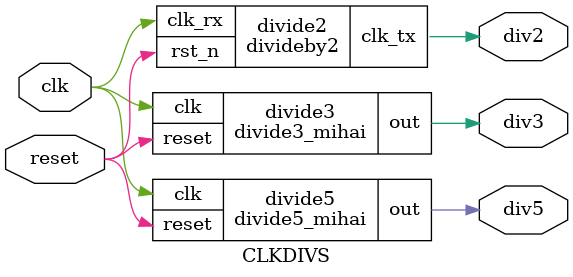
<source format=v>


module divideby2 ( rst_n, clk_rx, clk_tx );
  input rst_n, clk_rx;
  output clk_tx;
  wire   N0, N1, N2, N3, N4;

  \**SEQGEN**  clk_tx_reg ( .clear(1'b0), .preset(1'b0), .next_state(N4), 
        .clocked_on(clk_rx), .data_in(1'b0), .enable(1'b0), .Q(clk_tx), 
        .synch_clear(1'b0), .synch_preset(1'b0), .synch_toggle(1'b0), 
        .synch_enable(1'b1) );
  SELECT_OP C12 ( .DATA1(1'b0), .DATA2(N3), .CONTROL1(N0), .CONTROL2(N1), .Z(
        N4) );
  GTECH_BUF B_0 ( .A(N2), .Z(N0) );
  GTECH_BUF B_1 ( .A(rst_n), .Z(N1) );
  GTECH_NOT I_0 ( .A(rst_n), .Z(N2) );
  GTECH_NOT I_1 ( .A(clk_tx), .Z(N3) );
endmodule


module divide3_mihai ( reset, clk, out );
  input reset, clk;
  output out;
  wire   N0, N1, mid_1, mid_2, N2, N3, N4, N5, N6, N7, N8, N9;

  \**SEQGEN**  mid_1_reg ( .clear(1'b0), .preset(1'b0), .next_state(N6), 
        .clocked_on(clk), .data_in(1'b0), .enable(1'b0), .Q(mid_1), 
        .synch_clear(1'b0), .synch_preset(1'b0), .synch_toggle(1'b0), 
        .synch_enable(1'b1) );
  \**SEQGEN**  mid_2_reg ( .clear(1'b0), .preset(1'b0), .next_state(N7), 
        .clocked_on(clk), .data_in(1'b0), .enable(1'b0), .Q(mid_2), 
        .synch_clear(1'b0), .synch_preset(1'b0), .synch_toggle(1'b0), 
        .synch_enable(1'b1) );
  SELECT_OP C16 ( .DATA1(1'b0), .DATA2(N4), .CONTROL1(N0), .CONTROL2(N1), .Z(
        N6) );
  GTECH_BUF B_0 ( .A(N3), .Z(N0) );
  GTECH_BUF B_1 ( .A(reset), .Z(N1) );
  SELECT_OP C17 ( .DATA1(1'b0), .DATA2(N5), .CONTROL1(N0), .CONTROL2(N1), .Z(
        N7) );
  GTECH_NOT I_0 ( .A(mid_2), .Z(N2) );
  GTECH_NOT I_1 ( .A(reset), .Z(N3) );
  GTECH_AND2 C24 ( .A(N8), .B(N2), .Z(N4) );
  GTECH_NOT I_2 ( .A(mid_1), .Z(N8) );
  GTECH_OR2 C26 ( .A(N2), .B(mid_1), .Z(N5) );
  GTECH_OR2 C27 ( .A(N9), .B(mid_1), .Z(out) );
  GTECH_AND2 C28 ( .A(clk), .B(mid_2), .Z(N9) );
endmodule


module divide5_mihai ( reset, clk, out );
  input reset, clk;
  output out;
  wire   N0, N1, mid_2, mid_3, N2, N3, mid_1, N4, N5, N6, N7, N8, N9, N10, N11
;

  \**SEQGEN**  mid_3_reg ( .clear(1'b0), .preset(1'b0), .next_state(N7), 
        .clocked_on(clk), .data_in(1'b0), .enable(1'b0), .Q(mid_3), 
        .synch_clear(1'b0), .synch_preset(1'b0), .synch_toggle(1'b0), 
        .synch_enable(1'b1) );
  \**SEQGEN**  mid_1_reg ( .clear(1'b0), .preset(1'b0), .next_state(N5), 
        .clocked_on(clk), .data_in(1'b0), .enable(1'b0), .Q(mid_1), 
        .synch_clear(1'b0), .synch_preset(1'b0), .synch_toggle(1'b0), 
        .synch_enable(1'b1) );
  \**SEQGEN**  mid_2_reg ( .clear(1'b0), .preset(1'b0), .next_state(N6), 
        .clocked_on(clk), .data_in(1'b0), .enable(1'b0), .Q(mid_2), 
        .synch_clear(1'b0), .synch_preset(1'b0), .synch_toggle(1'b0), 
        .synch_enable(1'b1) );
  SELECT_OP C16 ( .DATA1(1'b0), .DATA2(N3), .CONTROL1(N0), .CONTROL2(N1), .Z(
        N5) );
  GTECH_BUF B_0 ( .A(N2), .Z(N0) );
  GTECH_BUF B_1 ( .A(reset), .Z(N1) );
  SELECT_OP C17 ( .DATA1(1'b0), .DATA2(N4), .CONTROL1(N0), .CONTROL2(N1), .Z(
        N6) );
  SELECT_OP C18 ( .DATA1(1'b0), .DATA2(mid_2), .CONTROL1(N0), .CONTROL2(N1), 
        .Z(N7) );
  GTECH_NOT I_0 ( .A(reset), .Z(N2) );
  GTECH_AND2 C24 ( .A(N8), .B(mid_3), .Z(N3) );
  GTECH_NOT I_1 ( .A(mid_2), .Z(N8) );
  GTECH_AND2 C26 ( .A(N9), .B(N10), .Z(N4) );
  GTECH_NOT I_2 ( .A(mid_1), .Z(N9) );
  GTECH_NOT I_3 ( .A(mid_3), .Z(N10) );
  GTECH_OR2 C29 ( .A(N11), .B(mid_2), .Z(out) );
  GTECH_AND2 C30 ( .A(clk), .B(mid_3), .Z(N11) );
endmodule


module CLKDIVS ( reset, clk, div2, div3, div5 );
  input reset, clk;
  output div2, div3, div5;


  divideby2 divide2 ( .rst_n(reset), .clk_rx(clk), .clk_tx(div2) );
  divide3_mihai divide3 ( .reset(reset), .clk(clk), .out(div3) );
  divide5_mihai divide5 ( .reset(reset), .clk(clk), .out(div5) );
endmodule


</source>
